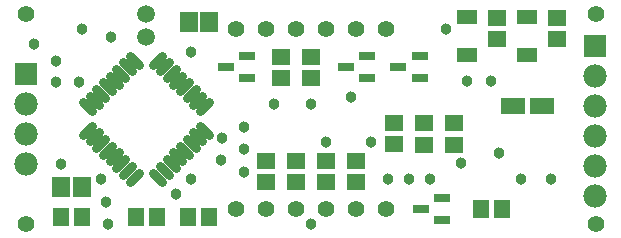
<source format=gts>
G04 Layer_Color=8388736*
%FSAX24Y24*%
%MOIN*%
G70*
G01*
G75*
%ADD31R,0.0846X0.0571*%
%ADD32R,0.0551X0.0315*%
%ADD33R,0.0551X0.0630*%
%ADD34R,0.0630X0.0551*%
%ADD35R,0.0591X0.0669*%
G04:AMPARAMS|DCode=36|XSize=29.5mil|YSize=72.8mil|CornerRadius=0mil|HoleSize=0mil|Usage=FLASHONLY|Rotation=225.000|XOffset=0mil|YOffset=0mil|HoleType=Round|Shape=Round|*
%AMOVALD36*
21,1,0.0433,0.0295,0.0000,0.0000,315.0*
1,1,0.0295,-0.0153,0.0153*
1,1,0.0295,0.0153,-0.0153*
%
%ADD36OVALD36*%

G04:AMPARAMS|DCode=37|XSize=29.5mil|YSize=72.8mil|CornerRadius=0mil|HoleSize=0mil|Usage=FLASHONLY|Rotation=315.000|XOffset=0mil|YOffset=0mil|HoleType=Round|Shape=Round|*
%AMOVALD37*
21,1,0.0433,0.0295,0.0000,0.0000,45.0*
1,1,0.0295,-0.0153,-0.0153*
1,1,0.0295,0.0153,0.0153*
%
%ADD37OVALD37*%

%ADD38R,0.0679X0.0479*%
%ADD39C,0.0779*%
%ADD40R,0.0779X0.0779*%
%ADD41C,0.0551*%
%ADD42C,0.0591*%
%ADD43C,0.0379*%
D31*
X057182Y043950D02*
D03*
X056218D02*
D03*
D32*
X053854Y040126D02*
D03*
Y040874D02*
D03*
X053146Y040500D02*
D03*
X053104Y044852D02*
D03*
Y045600D02*
D03*
X052396Y045226D02*
D03*
X051354Y044852D02*
D03*
Y045600D02*
D03*
X050646Y045226D02*
D03*
X047354Y044852D02*
D03*
Y045600D02*
D03*
X046646Y045226D02*
D03*
D33*
X055146Y040500D02*
D03*
X055854D02*
D03*
X043646Y040250D02*
D03*
X044354D02*
D03*
X046080Y040250D02*
D03*
X045372D02*
D03*
X041146D02*
D03*
X041854D02*
D03*
D34*
X053250Y043354D02*
D03*
Y042646D02*
D03*
X052250Y043373D02*
D03*
Y042665D02*
D03*
X049000Y042104D02*
D03*
Y041396D02*
D03*
X051000Y042104D02*
D03*
Y041396D02*
D03*
X049500Y044872D02*
D03*
Y045580D02*
D03*
X048000Y042104D02*
D03*
Y041396D02*
D03*
X050000Y042104D02*
D03*
Y041396D02*
D03*
X054250Y042646D02*
D03*
Y043354D02*
D03*
X048500Y044872D02*
D03*
Y045580D02*
D03*
X057700Y046164D02*
D03*
Y046872D02*
D03*
X055700Y046164D02*
D03*
Y046872D02*
D03*
D35*
X041165Y041250D02*
D03*
X041835D02*
D03*
X046085Y046750D02*
D03*
X045415D02*
D03*
D36*
X045949Y043110D02*
D03*
X045726Y042888D02*
D03*
X045503Y042665D02*
D03*
X045281Y042442D02*
D03*
X045058Y042219D02*
D03*
X044835Y041997D02*
D03*
X044612Y041774D02*
D03*
X044390Y041551D02*
D03*
X042051Y043890D02*
D03*
X042274Y044112D02*
D03*
X042497Y044335D02*
D03*
X042719Y044558D02*
D03*
X042942Y044781D02*
D03*
X043165Y045003D02*
D03*
X043388Y045226D02*
D03*
X043610Y045449D02*
D03*
D37*
Y041551D02*
D03*
X043388Y041774D02*
D03*
X043165Y041997D02*
D03*
X042942Y042219D02*
D03*
X042719Y042442D02*
D03*
X042497Y042665D02*
D03*
X042274Y042888D02*
D03*
X042051Y043110D02*
D03*
X044390Y045449D02*
D03*
X044612Y045226D02*
D03*
X044835Y045003D02*
D03*
X045058Y044781D02*
D03*
X045281Y044558D02*
D03*
X045503Y044335D02*
D03*
X045726Y044112D02*
D03*
X045949Y043890D02*
D03*
D38*
X056700Y046908D02*
D03*
Y045628D02*
D03*
X054700Y046908D02*
D03*
Y045628D02*
D03*
D39*
X040000Y043000D02*
D03*
X040000Y044000D02*
D03*
X040000Y042000D02*
D03*
X058950Y040950D02*
D03*
X058950Y041950D02*
D03*
X058950Y042950D02*
D03*
X058950Y044950D02*
D03*
X058950Y043950D02*
D03*
D40*
X040000Y045000D02*
D03*
X058950Y045950D02*
D03*
D41*
X047000Y040500D02*
D03*
X048000D02*
D03*
X049000D02*
D03*
X050000D02*
D03*
X051000Y046500D02*
D03*
X050000D02*
D03*
X049000D02*
D03*
X048000D02*
D03*
X047000D02*
D03*
X052000D02*
D03*
X051000Y040500D02*
D03*
X052000D02*
D03*
X059000Y040000D02*
D03*
X040000Y047000D02*
D03*
Y040000D02*
D03*
X059000Y047000D02*
D03*
D42*
X044000D02*
D03*
Y046250D02*
D03*
D43*
X047249Y042499D02*
D03*
X047250Y043250D02*
D03*
X046525Y042874D02*
D03*
X046500Y042125D02*
D03*
X045500Y041500D02*
D03*
X048250Y044000D02*
D03*
X051500Y042750D02*
D03*
X050000D02*
D03*
X050818Y044250D02*
D03*
X045000Y041000D02*
D03*
X054475Y042025D02*
D03*
X053450Y041500D02*
D03*
X052050D02*
D03*
X052750D02*
D03*
X047250Y041740D02*
D03*
X049500Y044000D02*
D03*
X042719Y040000D02*
D03*
X042500Y041500D02*
D03*
X041165Y042000D02*
D03*
X042654Y040750D02*
D03*
X041835Y046500D02*
D03*
X042805Y046225D02*
D03*
X054000Y046500D02*
D03*
X041000Y045449D02*
D03*
X040250Y046000D02*
D03*
X041000Y044750D02*
D03*
X041750D02*
D03*
X045500Y045750D02*
D03*
X054700Y044781D02*
D03*
X055500D02*
D03*
X057500Y041500D02*
D03*
X056500D02*
D03*
X055750Y042370D02*
D03*
X049500Y040000D02*
D03*
M02*

</source>
